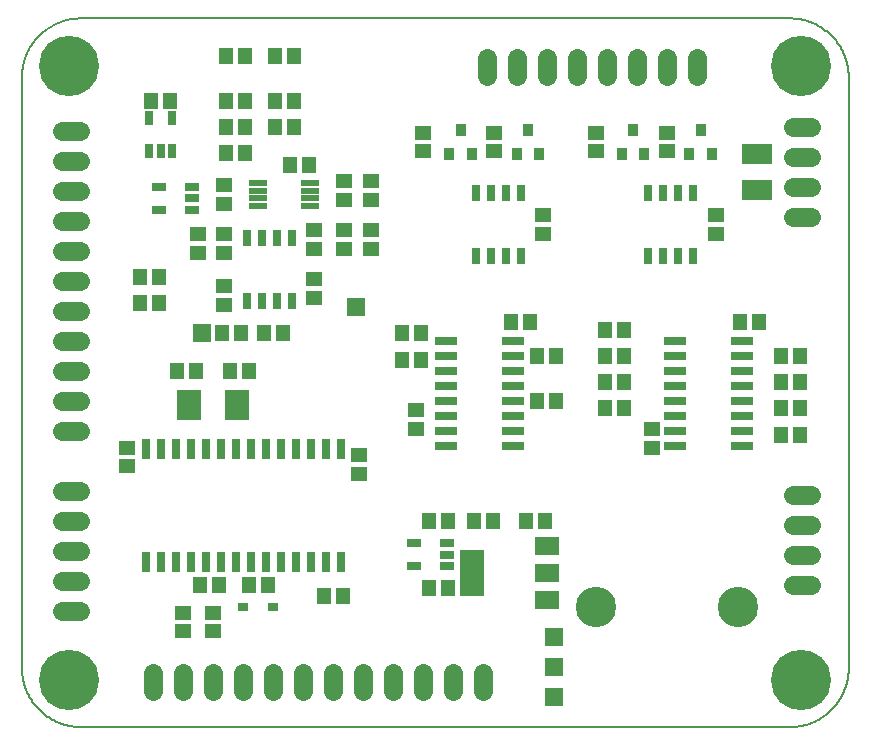
<source format=gts>
G75*
%MOIN*%
%OFA0B0*%
%FSLAX25Y25*%
%IPPOS*%
%LPD*%
%AMOC8*
5,1,8,0,0,1.08239X$1,22.5*
%
%ADD10C,0.00000*%
%ADD11C,0.00787*%
%ADD12R,0.07290X0.03156*%
%ADD13R,0.02762X0.05518*%
%ADD14R,0.09849X0.06699*%
%ADD15R,0.04731X0.05518*%
%ADD16R,0.05518X0.04731*%
%ADD17R,0.03550X0.04337*%
%ADD18C,0.06337*%
%ADD19R,0.04731X0.02762*%
%ADD20C,0.13455*%
%ADD21R,0.02959X0.07093*%
%ADD22R,0.07880X0.09849*%
%ADD23R,0.03550X0.02762*%
%ADD24R,0.08274X0.06306*%
%ADD25R,0.08274X0.15361*%
%ADD26R,0.02762X0.04731*%
%ADD27R,0.06109X0.01975*%
%ADD28C,0.20085*%
%ADD29R,0.06306X0.06306*%
D10*
X0032280Y0021138D02*
X0032286Y0020662D01*
X0032303Y0020187D01*
X0032332Y0019712D01*
X0032372Y0019238D01*
X0032424Y0018765D01*
X0032487Y0018294D01*
X0032561Y0017824D01*
X0032647Y0017356D01*
X0032744Y0016890D01*
X0032852Y0016427D01*
X0032971Y0015967D01*
X0033102Y0015509D01*
X0033243Y0015055D01*
X0033396Y0014604D01*
X0033559Y0014158D01*
X0033733Y0013715D01*
X0033918Y0013277D01*
X0034113Y0012843D01*
X0034319Y0012414D01*
X0034535Y0011990D01*
X0034761Y0011571D01*
X0034997Y0011158D01*
X0035243Y0010751D01*
X0035499Y0010350D01*
X0035765Y0009956D01*
X0036040Y0009567D01*
X0036324Y0009186D01*
X0036617Y0008812D01*
X0036919Y0008444D01*
X0037231Y0008084D01*
X0037550Y0007732D01*
X0037878Y0007388D01*
X0038215Y0007051D01*
X0038559Y0006723D01*
X0038911Y0006404D01*
X0039271Y0006092D01*
X0039639Y0005790D01*
X0040013Y0005497D01*
X0040394Y0005213D01*
X0040783Y0004938D01*
X0041177Y0004672D01*
X0041578Y0004416D01*
X0041985Y0004170D01*
X0042398Y0003934D01*
X0042817Y0003708D01*
X0043241Y0003492D01*
X0043670Y0003286D01*
X0044104Y0003091D01*
X0044542Y0002906D01*
X0044985Y0002732D01*
X0045431Y0002569D01*
X0045882Y0002416D01*
X0046336Y0002275D01*
X0046794Y0002144D01*
X0047254Y0002025D01*
X0047717Y0001917D01*
X0048183Y0001820D01*
X0048651Y0001734D01*
X0049121Y0001660D01*
X0049592Y0001597D01*
X0050065Y0001545D01*
X0050539Y0001505D01*
X0051014Y0001476D01*
X0051489Y0001459D01*
X0051965Y0001453D01*
X0288186Y0001453D02*
X0288662Y0001459D01*
X0289137Y0001476D01*
X0289612Y0001505D01*
X0290086Y0001545D01*
X0290559Y0001597D01*
X0291030Y0001660D01*
X0291500Y0001734D01*
X0291968Y0001820D01*
X0292434Y0001917D01*
X0292897Y0002025D01*
X0293357Y0002144D01*
X0293815Y0002275D01*
X0294269Y0002416D01*
X0294720Y0002569D01*
X0295166Y0002732D01*
X0295609Y0002906D01*
X0296047Y0003091D01*
X0296481Y0003286D01*
X0296910Y0003492D01*
X0297334Y0003708D01*
X0297753Y0003934D01*
X0298166Y0004170D01*
X0298573Y0004416D01*
X0298974Y0004672D01*
X0299368Y0004938D01*
X0299757Y0005213D01*
X0300138Y0005497D01*
X0300512Y0005790D01*
X0300880Y0006092D01*
X0301240Y0006404D01*
X0301592Y0006723D01*
X0301936Y0007051D01*
X0302273Y0007388D01*
X0302601Y0007732D01*
X0302920Y0008084D01*
X0303232Y0008444D01*
X0303534Y0008812D01*
X0303827Y0009186D01*
X0304111Y0009567D01*
X0304386Y0009956D01*
X0304652Y0010350D01*
X0304908Y0010751D01*
X0305154Y0011158D01*
X0305390Y0011571D01*
X0305616Y0011990D01*
X0305832Y0012414D01*
X0306038Y0012843D01*
X0306233Y0013277D01*
X0306418Y0013715D01*
X0306592Y0014158D01*
X0306755Y0014604D01*
X0306908Y0015055D01*
X0307049Y0015509D01*
X0307180Y0015967D01*
X0307299Y0016427D01*
X0307407Y0016890D01*
X0307504Y0017356D01*
X0307590Y0017824D01*
X0307664Y0018294D01*
X0307727Y0018765D01*
X0307779Y0019238D01*
X0307819Y0019712D01*
X0307848Y0020187D01*
X0307865Y0020662D01*
X0307871Y0021138D01*
X0307871Y0217988D02*
X0307865Y0218464D01*
X0307848Y0218939D01*
X0307819Y0219414D01*
X0307779Y0219888D01*
X0307727Y0220361D01*
X0307664Y0220832D01*
X0307590Y0221302D01*
X0307504Y0221770D01*
X0307407Y0222236D01*
X0307299Y0222699D01*
X0307180Y0223159D01*
X0307049Y0223617D01*
X0306908Y0224071D01*
X0306755Y0224522D01*
X0306592Y0224968D01*
X0306418Y0225411D01*
X0306233Y0225849D01*
X0306038Y0226283D01*
X0305832Y0226712D01*
X0305616Y0227136D01*
X0305390Y0227555D01*
X0305154Y0227968D01*
X0304908Y0228375D01*
X0304652Y0228776D01*
X0304386Y0229170D01*
X0304111Y0229559D01*
X0303827Y0229940D01*
X0303534Y0230314D01*
X0303232Y0230682D01*
X0302920Y0231042D01*
X0302601Y0231394D01*
X0302273Y0231738D01*
X0301936Y0232075D01*
X0301592Y0232403D01*
X0301240Y0232722D01*
X0300880Y0233034D01*
X0300512Y0233336D01*
X0300138Y0233629D01*
X0299757Y0233913D01*
X0299368Y0234188D01*
X0298974Y0234454D01*
X0298573Y0234710D01*
X0298166Y0234956D01*
X0297753Y0235192D01*
X0297334Y0235418D01*
X0296910Y0235634D01*
X0296481Y0235840D01*
X0296047Y0236035D01*
X0295609Y0236220D01*
X0295166Y0236394D01*
X0294720Y0236557D01*
X0294269Y0236710D01*
X0293815Y0236851D01*
X0293357Y0236982D01*
X0292897Y0237101D01*
X0292434Y0237209D01*
X0291968Y0237306D01*
X0291500Y0237392D01*
X0291030Y0237466D01*
X0290559Y0237529D01*
X0290086Y0237581D01*
X0289612Y0237621D01*
X0289137Y0237650D01*
X0288662Y0237667D01*
X0288186Y0237673D01*
D11*
X0032280Y0217988D02*
X0032280Y0021138D01*
X0032286Y0020662D01*
X0032303Y0020187D01*
X0032332Y0019712D01*
X0032372Y0019238D01*
X0032424Y0018765D01*
X0032487Y0018294D01*
X0032561Y0017824D01*
X0032647Y0017356D01*
X0032744Y0016890D01*
X0032852Y0016427D01*
X0032971Y0015967D01*
X0033102Y0015509D01*
X0033243Y0015055D01*
X0033396Y0014604D01*
X0033559Y0014158D01*
X0033733Y0013715D01*
X0033918Y0013277D01*
X0034113Y0012843D01*
X0034319Y0012414D01*
X0034535Y0011990D01*
X0034761Y0011571D01*
X0034997Y0011158D01*
X0035243Y0010751D01*
X0035499Y0010350D01*
X0035765Y0009956D01*
X0036040Y0009567D01*
X0036324Y0009186D01*
X0036617Y0008812D01*
X0036919Y0008444D01*
X0037231Y0008084D01*
X0037550Y0007732D01*
X0037878Y0007388D01*
X0038215Y0007051D01*
X0038559Y0006723D01*
X0038911Y0006404D01*
X0039271Y0006092D01*
X0039639Y0005790D01*
X0040013Y0005497D01*
X0040394Y0005213D01*
X0040783Y0004938D01*
X0041177Y0004672D01*
X0041578Y0004416D01*
X0041985Y0004170D01*
X0042398Y0003934D01*
X0042817Y0003708D01*
X0043241Y0003492D01*
X0043670Y0003286D01*
X0044104Y0003091D01*
X0044542Y0002906D01*
X0044985Y0002732D01*
X0045431Y0002569D01*
X0045882Y0002416D01*
X0046336Y0002275D01*
X0046794Y0002144D01*
X0047254Y0002025D01*
X0047717Y0001917D01*
X0048183Y0001820D01*
X0048651Y0001734D01*
X0049121Y0001660D01*
X0049592Y0001597D01*
X0050065Y0001545D01*
X0050539Y0001505D01*
X0051014Y0001476D01*
X0051489Y0001459D01*
X0051965Y0001453D01*
X0288186Y0001453D01*
X0288662Y0001459D01*
X0289137Y0001476D01*
X0289612Y0001505D01*
X0290086Y0001545D01*
X0290559Y0001597D01*
X0291030Y0001660D01*
X0291500Y0001734D01*
X0291968Y0001820D01*
X0292434Y0001917D01*
X0292897Y0002025D01*
X0293357Y0002144D01*
X0293815Y0002275D01*
X0294269Y0002416D01*
X0294720Y0002569D01*
X0295166Y0002732D01*
X0295609Y0002906D01*
X0296047Y0003091D01*
X0296481Y0003286D01*
X0296910Y0003492D01*
X0297334Y0003708D01*
X0297753Y0003934D01*
X0298166Y0004170D01*
X0298573Y0004416D01*
X0298974Y0004672D01*
X0299368Y0004938D01*
X0299757Y0005213D01*
X0300138Y0005497D01*
X0300512Y0005790D01*
X0300880Y0006092D01*
X0301240Y0006404D01*
X0301592Y0006723D01*
X0301936Y0007051D01*
X0302273Y0007388D01*
X0302601Y0007732D01*
X0302920Y0008084D01*
X0303232Y0008444D01*
X0303534Y0008812D01*
X0303827Y0009186D01*
X0304111Y0009567D01*
X0304386Y0009956D01*
X0304652Y0010350D01*
X0304908Y0010751D01*
X0305154Y0011158D01*
X0305390Y0011571D01*
X0305616Y0011990D01*
X0305832Y0012414D01*
X0306038Y0012843D01*
X0306233Y0013277D01*
X0306418Y0013715D01*
X0306592Y0014158D01*
X0306755Y0014604D01*
X0306908Y0015055D01*
X0307049Y0015509D01*
X0307180Y0015967D01*
X0307299Y0016427D01*
X0307407Y0016890D01*
X0307504Y0017356D01*
X0307590Y0017824D01*
X0307664Y0018294D01*
X0307727Y0018765D01*
X0307779Y0019238D01*
X0307819Y0019712D01*
X0307848Y0020187D01*
X0307865Y0020662D01*
X0307871Y0021138D01*
X0307871Y0217988D01*
X0307865Y0218464D01*
X0307848Y0218939D01*
X0307819Y0219414D01*
X0307779Y0219888D01*
X0307727Y0220361D01*
X0307664Y0220832D01*
X0307590Y0221302D01*
X0307504Y0221770D01*
X0307407Y0222236D01*
X0307299Y0222699D01*
X0307180Y0223159D01*
X0307049Y0223617D01*
X0306908Y0224071D01*
X0306755Y0224522D01*
X0306592Y0224968D01*
X0306418Y0225411D01*
X0306233Y0225849D01*
X0306038Y0226283D01*
X0305832Y0226712D01*
X0305616Y0227136D01*
X0305390Y0227555D01*
X0305154Y0227968D01*
X0304908Y0228375D01*
X0304652Y0228776D01*
X0304386Y0229170D01*
X0304111Y0229559D01*
X0303827Y0229940D01*
X0303534Y0230314D01*
X0303232Y0230682D01*
X0302920Y0231042D01*
X0302601Y0231394D01*
X0302273Y0231738D01*
X0301936Y0232075D01*
X0301592Y0232403D01*
X0301240Y0232722D01*
X0300880Y0233034D01*
X0300512Y0233336D01*
X0300138Y0233629D01*
X0299757Y0233913D01*
X0299368Y0234188D01*
X0298974Y0234454D01*
X0298573Y0234710D01*
X0298166Y0234956D01*
X0297753Y0235192D01*
X0297334Y0235418D01*
X0296910Y0235634D01*
X0296481Y0235840D01*
X0296047Y0236035D01*
X0295609Y0236220D01*
X0295166Y0236394D01*
X0294720Y0236557D01*
X0294269Y0236710D01*
X0293815Y0236851D01*
X0293357Y0236982D01*
X0292897Y0237101D01*
X0292434Y0237209D01*
X0291968Y0237306D01*
X0291500Y0237392D01*
X0291030Y0237466D01*
X0290559Y0237529D01*
X0290086Y0237581D01*
X0289612Y0237621D01*
X0289137Y0237650D01*
X0288662Y0237667D01*
X0288186Y0237673D01*
X0051965Y0237673D01*
X0051489Y0237667D01*
X0051014Y0237650D01*
X0050539Y0237621D01*
X0050065Y0237581D01*
X0049592Y0237529D01*
X0049121Y0237466D01*
X0048651Y0237392D01*
X0048183Y0237306D01*
X0047717Y0237209D01*
X0047254Y0237101D01*
X0046794Y0236982D01*
X0046336Y0236851D01*
X0045882Y0236710D01*
X0045431Y0236557D01*
X0044985Y0236394D01*
X0044542Y0236220D01*
X0044104Y0236035D01*
X0043670Y0235840D01*
X0043241Y0235634D01*
X0042817Y0235418D01*
X0042398Y0235192D01*
X0041985Y0234956D01*
X0041578Y0234710D01*
X0041177Y0234454D01*
X0040783Y0234188D01*
X0040394Y0233913D01*
X0040013Y0233629D01*
X0039639Y0233336D01*
X0039271Y0233034D01*
X0038911Y0232722D01*
X0038559Y0232403D01*
X0038215Y0232075D01*
X0037878Y0231738D01*
X0037550Y0231394D01*
X0037231Y0231042D01*
X0036919Y0230682D01*
X0036617Y0230314D01*
X0036324Y0229940D01*
X0036040Y0229559D01*
X0035765Y0229170D01*
X0035499Y0228776D01*
X0035243Y0228375D01*
X0034997Y0227968D01*
X0034761Y0227555D01*
X0034535Y0227136D01*
X0034319Y0226712D01*
X0034113Y0226283D01*
X0033918Y0225849D01*
X0033733Y0225411D01*
X0033559Y0224968D01*
X0033396Y0224522D01*
X0033243Y0224071D01*
X0033102Y0223617D01*
X0032971Y0223159D01*
X0032852Y0222699D01*
X0032744Y0222236D01*
X0032647Y0221770D01*
X0032561Y0221302D01*
X0032487Y0220832D01*
X0032424Y0220361D01*
X0032372Y0219888D01*
X0032332Y0219414D01*
X0032303Y0218939D01*
X0032286Y0218464D01*
X0032280Y0217988D01*
D12*
X0173658Y0130203D03*
X0173658Y0125203D03*
X0173658Y0120203D03*
X0173658Y0115203D03*
X0173658Y0110203D03*
X0173658Y0105203D03*
X0173658Y0100203D03*
X0173658Y0095203D03*
X0195902Y0095203D03*
X0195902Y0100203D03*
X0195902Y0105203D03*
X0195902Y0110203D03*
X0195902Y0115203D03*
X0195902Y0120203D03*
X0195902Y0125203D03*
X0195902Y0130203D03*
X0249908Y0130203D03*
X0249908Y0125203D03*
X0249908Y0120203D03*
X0249908Y0115203D03*
X0249908Y0110203D03*
X0249908Y0105203D03*
X0249908Y0100203D03*
X0249908Y0095203D03*
X0272152Y0095203D03*
X0272152Y0100203D03*
X0272152Y0105203D03*
X0272152Y0110203D03*
X0272152Y0115203D03*
X0272152Y0120203D03*
X0272152Y0125203D03*
X0272152Y0130203D03*
D13*
X0256030Y0158520D03*
X0251030Y0158520D03*
X0246030Y0158520D03*
X0241030Y0158520D03*
X0241030Y0179386D03*
X0246030Y0179386D03*
X0251030Y0179386D03*
X0256030Y0179386D03*
X0198530Y0179386D03*
X0193530Y0179386D03*
X0188530Y0179386D03*
X0183530Y0179386D03*
X0183530Y0158520D03*
X0188530Y0158520D03*
X0193530Y0158520D03*
X0198530Y0158520D03*
X0122280Y0164386D03*
X0117280Y0164386D03*
X0112280Y0164386D03*
X0107280Y0164386D03*
X0107280Y0143520D03*
X0112280Y0143520D03*
X0117280Y0143520D03*
X0122280Y0143520D03*
D14*
X0277280Y0180547D03*
X0277280Y0192358D03*
D15*
X0277930Y0136453D03*
X0271631Y0136453D03*
X0285381Y0125203D03*
X0291680Y0125203D03*
X0291680Y0116453D03*
X0285381Y0116453D03*
X0285381Y0107703D03*
X0291680Y0107703D03*
X0291680Y0098953D03*
X0285381Y0098953D03*
X0232930Y0107703D03*
X0226631Y0107703D03*
X0226631Y0116453D03*
X0232930Y0116453D03*
X0232930Y0125203D03*
X0226631Y0125203D03*
X0226631Y0133953D03*
X0232930Y0133953D03*
X0210430Y0125203D03*
X0204131Y0125203D03*
X0201680Y0136453D03*
X0195381Y0136453D03*
X0204131Y0110203D03*
X0210430Y0110203D03*
X0206680Y0070203D03*
X0200381Y0070203D03*
X0189180Y0070203D03*
X0182881Y0070203D03*
X0174180Y0070203D03*
X0167881Y0070203D03*
X0167881Y0047703D03*
X0174180Y0047703D03*
X0139180Y0045203D03*
X0132881Y0045203D03*
X0114180Y0048953D03*
X0107881Y0048953D03*
X0097930Y0048953D03*
X0091631Y0048953D03*
X0090430Y0120203D03*
X0084131Y0120203D03*
X0101631Y0120203D03*
X0107930Y0120203D03*
X0105430Y0132703D03*
X0112881Y0132703D03*
X0119180Y0132703D03*
X0099131Y0132703D03*
X0077930Y0142703D03*
X0071631Y0142703D03*
X0071631Y0151453D03*
X0077930Y0151453D03*
X0121631Y0188953D03*
X0127930Y0188953D03*
X0122930Y0201453D03*
X0116631Y0201453D03*
X0116631Y0210203D03*
X0122930Y0210203D03*
X0106680Y0210203D03*
X0100381Y0210203D03*
X0100381Y0201453D03*
X0106680Y0201453D03*
X0106680Y0192703D03*
X0100381Y0192703D03*
X0081680Y0210203D03*
X0075381Y0210203D03*
X0100381Y0225203D03*
X0106680Y0225203D03*
X0116631Y0225203D03*
X0122930Y0225203D03*
X0159131Y0132703D03*
X0165430Y0132703D03*
X0165430Y0123953D03*
X0159131Y0123953D03*
D16*
X0163530Y0107102D03*
X0163530Y0100803D03*
X0144780Y0092102D03*
X0144780Y0085803D03*
X0096030Y0039602D03*
X0096030Y0033303D03*
X0086030Y0033303D03*
X0086030Y0039602D03*
X0067280Y0088303D03*
X0067280Y0094602D03*
X0099780Y0142053D03*
X0099780Y0148352D03*
X0099780Y0159553D03*
X0099780Y0165852D03*
X0091030Y0165852D03*
X0091030Y0159553D03*
X0099780Y0175803D03*
X0099780Y0182102D03*
X0129780Y0167102D03*
X0129780Y0160803D03*
X0129780Y0150852D03*
X0129780Y0144553D03*
X0139780Y0160803D03*
X0139780Y0167102D03*
X0148530Y0167102D03*
X0148530Y0160803D03*
X0148530Y0177053D03*
X0148530Y0183352D03*
X0139780Y0183352D03*
X0139780Y0177053D03*
X0166030Y0193303D03*
X0166030Y0199602D03*
X0189780Y0199602D03*
X0189780Y0193303D03*
X0206030Y0172102D03*
X0206030Y0165803D03*
X0223530Y0193303D03*
X0223530Y0199602D03*
X0247280Y0199602D03*
X0247280Y0193303D03*
X0263530Y0172102D03*
X0263530Y0165803D03*
X0242280Y0100852D03*
X0242280Y0094553D03*
D17*
X0239770Y0192516D03*
X0232290Y0192516D03*
X0236030Y0200390D03*
X0254790Y0192516D03*
X0262270Y0192516D03*
X0258530Y0200390D03*
X0204770Y0192516D03*
X0197290Y0192516D03*
X0201030Y0200390D03*
X0182270Y0192516D03*
X0174790Y0192516D03*
X0178530Y0200390D03*
D18*
X0187280Y0218484D02*
X0187280Y0224421D01*
X0197280Y0224421D02*
X0197280Y0218484D01*
X0207280Y0218484D02*
X0207280Y0224421D01*
X0217280Y0224421D02*
X0217280Y0218484D01*
X0227280Y0218484D02*
X0227280Y0224421D01*
X0237280Y0224421D02*
X0237280Y0218484D01*
X0247280Y0218484D02*
X0247280Y0224421D01*
X0257280Y0224421D02*
X0257280Y0218484D01*
X0289312Y0201453D02*
X0295249Y0201453D01*
X0295249Y0191453D02*
X0289312Y0191453D01*
X0289312Y0181453D02*
X0295249Y0181453D01*
X0295249Y0171453D02*
X0289312Y0171453D01*
X0289312Y0078953D02*
X0295249Y0078953D01*
X0295249Y0068953D02*
X0289312Y0068953D01*
X0289312Y0058953D02*
X0295249Y0058953D01*
X0295249Y0048953D02*
X0289312Y0048953D01*
X0186030Y0019421D02*
X0186030Y0013484D01*
X0176030Y0013484D02*
X0176030Y0019421D01*
X0166030Y0019421D02*
X0166030Y0013484D01*
X0156030Y0013484D02*
X0156030Y0019421D01*
X0146030Y0019421D02*
X0146030Y0013484D01*
X0136030Y0013484D02*
X0136030Y0019421D01*
X0126030Y0019421D02*
X0126030Y0013484D01*
X0116030Y0013484D02*
X0116030Y0019421D01*
X0106030Y0019421D02*
X0106030Y0013484D01*
X0096030Y0013484D02*
X0096030Y0019421D01*
X0086030Y0019421D02*
X0086030Y0013484D01*
X0076030Y0013484D02*
X0076030Y0019421D01*
X0051499Y0040203D02*
X0045562Y0040203D01*
X0045562Y0050203D02*
X0051499Y0050203D01*
X0051499Y0060203D02*
X0045562Y0060203D01*
X0045562Y0070203D02*
X0051499Y0070203D01*
X0051499Y0080203D02*
X0045562Y0080203D01*
X0045562Y0100203D02*
X0051499Y0100203D01*
X0051499Y0110203D02*
X0045562Y0110203D01*
X0045562Y0120203D02*
X0051499Y0120203D01*
X0051499Y0130203D02*
X0045562Y0130203D01*
X0045562Y0140203D02*
X0051499Y0140203D01*
X0051499Y0150203D02*
X0045562Y0150203D01*
X0045562Y0160203D02*
X0051499Y0160203D01*
X0051499Y0170203D02*
X0045562Y0170203D01*
X0045562Y0180203D02*
X0051499Y0180203D01*
X0051499Y0190203D02*
X0045562Y0190203D01*
X0045562Y0200203D02*
X0051499Y0200203D01*
D19*
X0078018Y0181443D03*
X0078018Y0173963D03*
X0089042Y0173963D03*
X0089042Y0177703D03*
X0089042Y0181443D03*
X0163018Y0062693D03*
X0163018Y0055213D03*
X0174042Y0055213D03*
X0174042Y0058953D03*
X0174042Y0062693D03*
D20*
X0223579Y0041453D03*
X0270981Y0041453D03*
D21*
X0138530Y0056384D03*
X0133530Y0056384D03*
X0128530Y0056384D03*
X0123530Y0056384D03*
X0118530Y0056384D03*
X0113530Y0056384D03*
X0108530Y0056384D03*
X0103530Y0056384D03*
X0098530Y0056384D03*
X0093530Y0056384D03*
X0088530Y0056384D03*
X0083530Y0056384D03*
X0078530Y0056384D03*
X0073530Y0056384D03*
X0073530Y0094022D03*
X0078530Y0094022D03*
X0083530Y0094022D03*
X0088530Y0094022D03*
X0093530Y0094022D03*
X0098530Y0094022D03*
X0103530Y0094022D03*
X0108530Y0094022D03*
X0113530Y0094022D03*
X0118530Y0094022D03*
X0123530Y0094022D03*
X0128530Y0094022D03*
X0133530Y0094022D03*
X0138530Y0094022D03*
D22*
X0104101Y0108953D03*
X0087959Y0108953D03*
D23*
X0106109Y0041453D03*
X0115951Y0041453D03*
D24*
X0207182Y0043648D03*
X0207182Y0052703D03*
X0207182Y0061758D03*
D25*
X0182379Y0052703D03*
D26*
X0082270Y0193441D03*
X0078530Y0193441D03*
X0074790Y0193441D03*
X0074790Y0204465D03*
X0082270Y0204465D03*
D27*
X0111119Y0182791D03*
X0111119Y0180232D03*
X0111119Y0177673D03*
X0111119Y0175114D03*
X0128442Y0175114D03*
X0128442Y0177673D03*
X0128442Y0180232D03*
X0128442Y0182791D03*
D28*
X0048028Y0221925D03*
X0048028Y0017201D03*
X0292123Y0017201D03*
X0292123Y0221925D03*
D29*
X0143530Y0141453D03*
X0092280Y0132703D03*
X0209780Y0031453D03*
X0209780Y0021453D03*
X0209780Y0011453D03*
M02*

</source>
